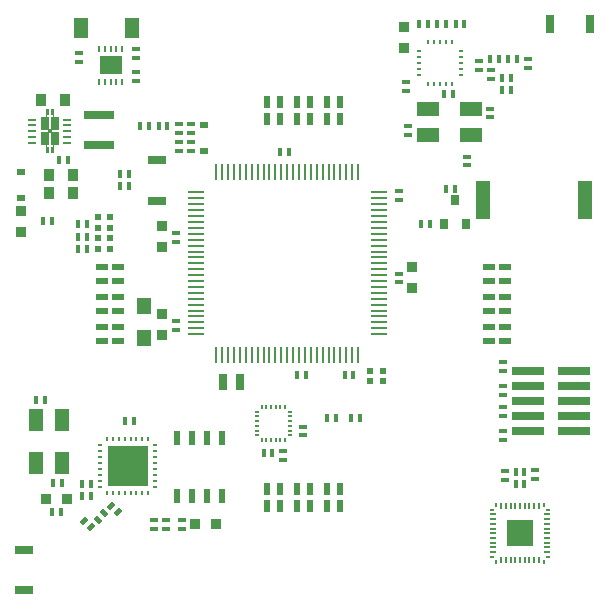
<source format=gtp>
G04 ================== begin FILE IDENTIFICATION RECORD ==================*
G04 Layout Name:  C:/Users/thebh/Desktop/dtf/git/clay/Circuit/R6_1/allegro/CLAYR6.brd*
G04 Film Name:    PASTE_TOP*
G04 File Format:  Gerber RS274X*
G04 File Origin:  Cadence Allegro 16.6-P004*
G04 Origin Date:  Sat Feb 13 14:58:59 2016*
G04 *
G04 Layer:  VIA CLASS/PASTEMASK_TOP*
G04 Layer:  PIN/PASTEMASK_TOP*
G04 Layer:  DRC ERROR CLASS/PASTEMASK_TOP*
G04 *
G04 Offset:    (0.00 0.00)*
G04 Mirror:    No*
G04 Mode:      Positive*
G04 Rotation:  0*
G04 FullContactRelief:  No*
G04 UndefLineWidth:     0.00*
G04 ================== end FILE IDENTIFICATION RECORD ====================*
%FSLAX25Y25*MOIN*%
%IR0*IPPOS*OFA0.00000B0.00000*MIA0B0*SFA1.00000B1.00000*%
%ADD23R,.1X.03*%
%ADD44R,.05X.125*%
%ADD47R,.105X.028*%
%ADD39R,.014X.007*%
%ADD38R,.007X.014*%
%ADD25R,.009X.022*%
%ADD18R,.031X.009*%
%ADD29R,.014X.009*%
%AMMACRO19*
21,1,.018,.028,0.0,0.0,135.*%
%ADD19MACRO19*%
%ADD28R,.009X.014*%
%ADD43R,.019X.008*%
%ADD46R,.008X.019*%
%ADD45R,.09X.09*%
%ADD22R,.021X.02*%
%ADD32R,.02X.05*%
%ADD33R,.052X.011*%
%ADD10R,.06X.03*%
%ADD48R,.03X.06*%
%ADD41R,.03X.033*%
%ADD36R,.011X.052*%
%AMMACRO17*
4,1,44,.0311,-.04567,
.01496,-.04567,
.01496,-.07402,
.00472,-.07402,
.00472,-.05433,
.00871,-.05433,
.00871,-.04567,
.00433,-.04567,
.00433,-.008,
-.00433,-.008,
-.00433,-.04567,
-.00898,-.04567,
-.00898,-.05433,
-.00472,-.05433,
-.00472,-.07402,
-.01496,-.07402,
-.01496,-.04567,
-.0311,-.04567,
-.0311,-.00433,
-.008,-.00433,
-.008,.00433,
-.0311,.00433,
-.0311,.04567,
-.01496,.04567,
-.01496,.07402,
-.00472,.07402,
-.00472,.05433,
-.00936,.05433,
-.00936,.04567,
-.00433,.04567,
-.00433,.008,
.00433,.008,
.00433,.04567,
.00942,.04567,
.00942,.05433,
.00474,.05433,
.00474,.07402,
.01496,.07402,
.01496,.04567,
.0311,.04567,
.0311,.00433,
.008,.00433,
.008,-.00433,
.0311,-.00433,
.0311,-.04567,
0.0*
%
%ADD17MACRO17*%
%ADD21R,.043X.023*%
%ADD37R,.023X.043*%
%ADD40R,.023X.019*%
%ADD16R,.028X.022*%
%ADD34R,.06X.028*%
%ADD15R,.038X.04*%
%ADD26R,.05X.065*%
%ADD35R,.028X.052*%
%ADD31R,.075X.06*%
%ADD30R,.045X.055*%
%ADD24R,.028X.018*%
%AMMACRO20*
21,1,.018,.028,0.0,0.0,45.*%
%ADD20MACRO20*%
%ADD14R,.038X.036*%
%ADD13R,.018X.028*%
%ADD42R,.075X.045*%
%ADD11R,.036X.038*%
%ADD12R,.045X.075*%
%ADD27R,.135X.135*%
%LPD*%
G75*
G54D10*
X-93400Y-95393D03*
Y-82007D03*
G54D11*
X-86000Y-65000D03*
X-79000D03*
X-36100Y-73300D03*
X-29100D03*
G54D20*
X-68643Y-71943D03*
X-66557Y-69857D03*
G54D12*
X-89331Y-53134D03*
Y-38567D03*
X-80669Y-53134D03*
Y-38567D03*
G54D30*
X-53200Y-11450D03*
Y-750D03*
G54D21*
X-67250Y-12250D03*
Y2250D03*
Y-2250D03*
Y-7750D03*
Y12250D03*
Y7750D03*
X-61750Y-12250D03*
Y2250D03*
Y-2250D03*
Y-7750D03*
Y12250D03*
Y7750D03*
X61750Y-12250D03*
Y-7750D03*
Y-2250D03*
Y2250D03*
Y7750D03*
Y12250D03*
X67250Y-12250D03*
Y-7750D03*
Y-2250D03*
Y2250D03*
Y7750D03*
Y12250D03*
G54D13*
X-86375Y-32000D03*
X-89325D03*
X-86775Y27600D03*
X-73975Y-64000D03*
X-71025D03*
Y-60000D03*
X-73975D03*
X-83625Y-59700D03*
X-80675D03*
X-83975Y-69500D03*
X-81025D03*
X-75075Y22400D03*
X-72125D03*
X-75075Y18300D03*
X-72125D03*
X-75075Y26500D03*
X-72125D03*
X-83825Y27600D03*
X-81575Y48000D03*
X-78625D03*
X-56725Y-39100D03*
X-59675D03*
X-61275Y39200D03*
X-58325D03*
Y43300D03*
X-61275D03*
X-54475Y59400D03*
X-51525D03*
X-45425D03*
X-48375D03*
X-10425Y-49600D03*
X-13375D03*
X-2075Y-23600D03*
X-4825Y50600D03*
X-7775D03*
X7925Y-38200D03*
X10875D03*
X13625Y-23600D03*
X875D03*
X18875Y-38200D03*
X15925D03*
X16575Y-23600D03*
X47425Y38400D03*
X42075Y26500D03*
X39125D03*
X46825Y69900D03*
X47475Y93300D03*
X44525D03*
X38525D03*
X41475D03*
X50375Y38400D03*
X49775Y69900D03*
X62025Y81600D03*
X50625Y93300D03*
X53575D03*
X70625Y-60200D03*
X73575D03*
X70625Y-56200D03*
X73575D03*
X68975Y71200D03*
X66025D03*
X64975Y81600D03*
X68975Y75200D03*
X66025D03*
X70975Y81600D03*
X68025D03*
G54D31*
X-64400Y79500D03*
G54D40*
X22235Y-22525D03*
X26565D03*
X22235Y-25675D03*
X26565D03*
G54D22*
X-68650Y18300D03*
Y21800D03*
Y25300D03*
Y28800D03*
X-64550Y18300D03*
Y21800D03*
Y25300D03*
Y28800D03*
G54D14*
X-94300Y30900D03*
Y23900D03*
X-47200Y-10500D03*
Y-3500D03*
Y19100D03*
Y26100D03*
X36200Y5300D03*
Y12300D03*
X33500Y85200D03*
Y92200D03*
G54D41*
X46700Y26550D03*
X50400Y34450D03*
X54100Y26550D03*
G54D32*
X-37100Y-64200D03*
X-42100D03*
X-37100Y-44800D03*
X-42100D03*
X-27100Y-64200D03*
X-32100D03*
X-27100Y-44800D03*
X-32100D03*
G54D23*
X-68100Y52780D03*
Y62820D03*
G54D42*
X41266Y56419D03*
Y65081D03*
X55833Y56419D03*
Y65081D03*
G54D24*
X-75000Y83475D03*
Y80525D03*
X-55900Y77175D03*
Y74225D03*
Y81825D03*
Y84775D03*
X-49800Y-72125D03*
Y-75075D03*
X-45800Y-72125D03*
Y-75075D03*
X-40600D03*
Y-72125D03*
X-42600Y-8775D03*
Y-5825D03*
Y20725D03*
Y23675D03*
X-37600Y53775D03*
Y50825D03*
X-41700Y53775D03*
Y50825D03*
Y59875D03*
Y56925D03*
X-37600Y59875D03*
Y56925D03*
X-6900Y-52075D03*
Y-49125D03*
X-300Y-43875D03*
Y-40925D03*
X31600Y7125D03*
Y10075D03*
Y34525D03*
Y37475D03*
X34000Y71025D03*
X34600Y59375D03*
Y56425D03*
X34000Y73975D03*
X54500Y49075D03*
Y46125D03*
X62000Y62125D03*
Y65075D03*
X62500Y75025D03*
Y77975D03*
X58400Y80875D03*
Y77925D03*
X66500Y-45475D03*
X77200Y-58475D03*
Y-55525D03*
X67000Y-58675D03*
Y-55725D03*
X66500Y-42525D03*
Y-37475D03*
Y-34525D03*
Y-27525D03*
Y-30475D03*
Y-22475D03*
Y-19525D03*
X74600Y78625D03*
Y81575D03*
G54D15*
X-84737Y36800D03*
Y42900D03*
X-87537Y68100D03*
X-76863Y36800D03*
Y42900D03*
X-79663Y68100D03*
G54D33*
X-36012Y-10122D03*
Y-8154D03*
Y-6185D03*
Y-4216D03*
Y-2248D03*
Y-280D03*
Y1689D03*
Y3658D03*
Y5626D03*
Y7594D03*
Y9563D03*
Y11532D03*
Y13500D03*
Y15468D03*
Y17437D03*
Y19406D03*
Y21374D03*
Y23342D03*
Y25311D03*
Y27280D03*
Y29248D03*
Y31216D03*
Y33185D03*
Y35154D03*
Y37122D03*
X25012Y-10122D03*
Y-8154D03*
Y-6185D03*
Y-4216D03*
Y-2248D03*
Y-280D03*
Y1689D03*
Y3658D03*
Y5626D03*
Y7594D03*
Y9563D03*
Y11532D03*
Y13500D03*
Y15468D03*
Y17437D03*
Y19406D03*
Y21374D03*
Y23342D03*
Y25311D03*
Y27280D03*
Y29248D03*
Y31216D03*
Y33185D03*
Y35154D03*
Y37122D03*
G54D34*
X-48900Y34407D03*
Y47793D03*
G54D16*
X-94400Y35200D03*
Y44000D03*
X-33300Y50900D03*
Y59700D03*
G54D43*
X63140Y-82780D03*
Y-81210D03*
Y-79640D03*
Y-78070D03*
Y-76500D03*
Y-74930D03*
Y-73360D03*
Y-71790D03*
Y-70220D03*
X81060Y-82780D03*
Y-81210D03*
Y-79640D03*
Y-78070D03*
Y-76500D03*
Y-74930D03*
Y-73360D03*
Y-71790D03*
Y-70220D03*
G54D25*
X-68335Y85012D03*
Y73988D03*
X-66367Y85012D03*
X-64399D03*
X-62431D03*
X-60463D03*
X-66367Y73988D03*
X-64399D03*
X-62431D03*
X-60463D03*
G54D35*
X-21100Y-26000D03*
X-26900D03*
G54D26*
X-74400Y92100D03*
X-57400D03*
G54D17*
X-84600Y57500D03*
G54D44*
X59674Y34500D03*
X93926D03*
G54D27*
X-58700Y-54100D03*
G54D36*
X-19280Y-17012D03*
X-21248D03*
X-23216D03*
X-25185D03*
X-27154D03*
X-29122D03*
X-19280Y44012D03*
X-21248D03*
X-23216D03*
X-25185D03*
X-27154D03*
X-29122D03*
X-3532Y-17012D03*
X-5500D03*
X-7468D03*
X-9437D03*
X-11406D03*
X-13374D03*
X-15342D03*
X-17311D03*
X-3532Y44012D03*
X-5500D03*
X-7468D03*
X-9437D03*
X-11406D03*
X-13374D03*
X-15342D03*
X-17311D03*
X14185Y-17012D03*
X12216D03*
X10248D03*
X8280D03*
X6311D03*
X4342D03*
X2374D03*
X406D03*
X-1563D03*
X14185Y44012D03*
X12216D03*
X10248D03*
X8280D03*
X6311D03*
X4342D03*
X2374D03*
X406D03*
X-1563D03*
X18122Y-17012D03*
X16154D03*
X18122Y44012D03*
X16154D03*
G54D45*
X72100Y-76500D03*
G54D18*
X-90407Y53563D03*
Y61437D03*
Y59468D03*
Y57500D03*
Y55532D03*
X-78793Y53563D03*
Y61437D03*
Y59468D03*
Y57500D03*
Y55532D03*
G54D37*
X-2250Y-67250D03*
Y-61750D03*
X-12250Y-67250D03*
Y-61750D03*
X-7750Y-67250D03*
Y-61750D03*
X-2250Y67250D03*
Y61750D03*
X-7750Y67250D03*
Y61750D03*
X-12250Y67250D03*
Y61750D03*
X7750Y-67250D03*
Y-61750D03*
X12250Y-67250D03*
Y-61750D03*
X2250Y-67250D03*
Y-61750D03*
X12250Y67250D03*
Y61750D03*
X7750Y67250D03*
Y61750D03*
X2250Y67250D03*
Y61750D03*
G54D46*
X78380Y-85460D03*
X76810D03*
X75240D03*
X73670D03*
X72100D03*
X70530D03*
X68960D03*
X67390D03*
X65820D03*
X78380Y-67540D03*
X76810D03*
X75240D03*
X73670D03*
X72100D03*
X70530D03*
X68960D03*
X67390D03*
X65820D03*
G54D28*
X-51800Y-63160D03*
X-53770D03*
X-55740D03*
X-57710D03*
X-59680D03*
X-61650D03*
X-63620D03*
X-65590D03*
X-51800Y-45040D03*
X-53770D03*
X-55740D03*
X-57710D03*
X-59680D03*
X-61650D03*
X-63620D03*
X-65590D03*
X47466Y73310D03*
X45497D03*
X43528D03*
X41560D03*
X47466Y87290D03*
X45497D03*
X43528D03*
X41560D03*
X49434Y73310D03*
Y87290D03*
G54D19*
X-71057Y-74543D03*
X-73143Y-72457D03*
X-64143Y-67257D03*
X-62057Y-69343D03*
G54D29*
X-67760Y-60990D03*
Y-47200D03*
Y-49170D03*
Y-51140D03*
Y-53110D03*
Y-55080D03*
Y-57050D03*
Y-59020D03*
X-49640Y-60990D03*
Y-47200D03*
Y-49170D03*
Y-51140D03*
Y-53110D03*
Y-55080D03*
Y-57050D03*
Y-59020D03*
X38510Y76366D03*
Y78334D03*
Y80303D03*
Y82272D03*
Y84240D03*
X52490Y76366D03*
Y78334D03*
Y80303D03*
Y82272D03*
Y84240D03*
G54D38*
X-6163Y-45419D03*
X-7738D03*
X-9313D03*
X-10887D03*
X-12462D03*
X-14037D03*
X-6163Y-34381D03*
X-7738D03*
X-9313D03*
X-10887D03*
X-12462D03*
X-14037D03*
X79950Y-85985D03*
X64250D03*
X79950Y-67015D03*
X64250D03*
G54D47*
X74823Y-27500D03*
Y-32500D03*
Y-37500D03*
Y-42500D03*
Y-22500D03*
X90177Y-27500D03*
Y-32500D03*
Y-37500D03*
Y-42500D03*
Y-22500D03*
G54D48*
X95393Y93400D03*
X82007D03*
G54D39*
X-4541Y-43837D03*
Y-42262D03*
Y-40687D03*
Y-39113D03*
Y-37538D03*
Y-35963D03*
X-15619Y-43837D03*
Y-42262D03*
Y-40687D03*
Y-39113D03*
Y-37538D03*
Y-35963D03*
X62615Y-84350D03*
Y-68650D03*
X81585Y-84350D03*
Y-68650D03*
M02*

</source>
